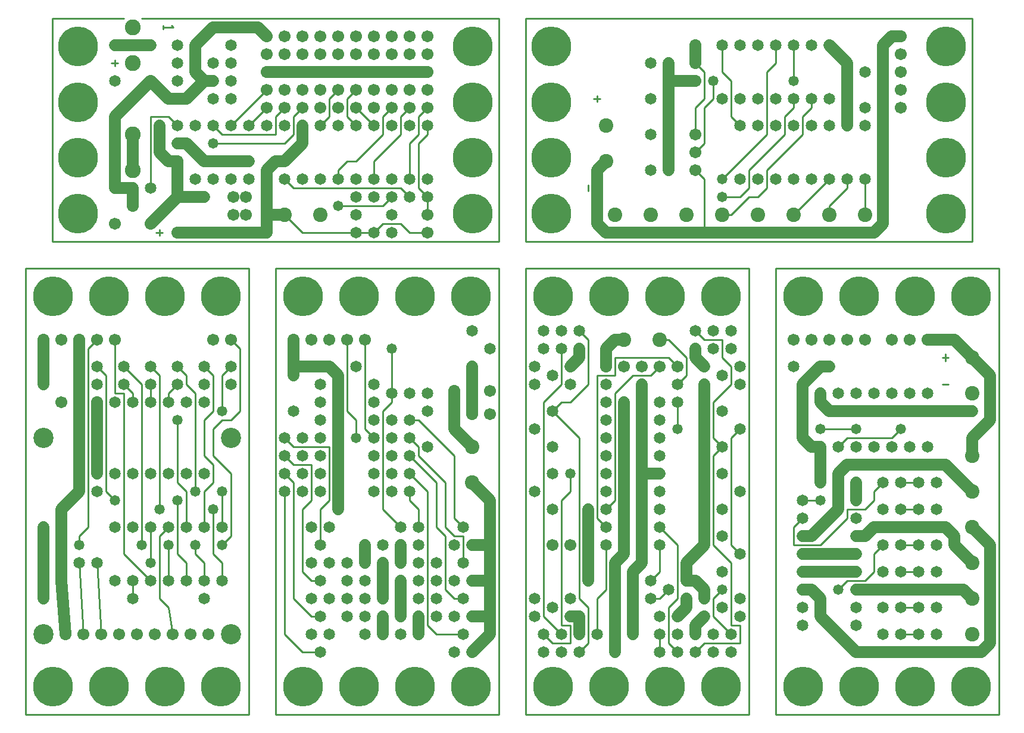
<source format=gtl>
%MOIN*%
%FSLAX25Y25*%
G04 D10 used for Character Trace; *
G04     Circle (OD=.01000) (No hole)*
G04 D11 used for Power Trace; *
G04     Circle (OD=.06700) (No hole)*
G04 D12 used for Signal Trace; *
G04     Circle (OD=.01100) (No hole)*
G04 D13 used for Via; *
G04     Circle (OD=.05800) (Round. Hole ID=.02800)*
G04 D14 used for Component hole; *
G04     Circle (OD=.06500) (Round. Hole ID=.03500)*
G04 D15 used for Component hole; *
G04     Circle (OD=.06700) (Round. Hole ID=.04300)*
G04 D16 used for Component hole; *
G04     Circle (OD=.08100) (Round. Hole ID=.05100)*
G04 D17 used for Component hole; *
G04     Circle (OD=.08900) (Round. Hole ID=.05900)*
G04 D18 used for Component hole; *
G04     Circle (OD=.11300) (Round. Hole ID=.08300)*
G04 D19 used for Component hole; *
G04     Circle (OD=.16000) (Round. Hole ID=.13000)*
G04 D20 used for Component hole; *
G04     Circle (OD=.18300) (Round. Hole ID=.15300)*
G04 D21 used for Component hole; *
G04     Circle (OD=.22291) (Round. Hole ID=.19291)*
%ADD10C,.01000*%
%ADD11C,.06700*%
%ADD12C,.01100*%
%ADD13C,.05800*%
%ADD14C,.06500*%
%ADD15C,.06700*%
%ADD16C,.08100*%
%ADD17C,.08900*%
%ADD18C,.11300*%
%ADD19C,.16000*%
%ADD20C,.18300*%
%ADD21C,.22291*%
%IPPOS*%
%LPD*%
G90*X0Y0D02*D12*X40000D02*X165000D01*Y250000D01*  
X40000D01*Y0D01*D21*X55625Y15625D03*D15*          
X82500Y45000D03*D12*X80000Y85000D01*D14*D03*      
X90000Y75000D03*D13*X70000Y95000D03*D12*          
Y100000D01*X75000Y105000D01*Y205000D01*           
X80000Y210000D01*D15*D03*X90000D03*D12*Y180000D01*
X95000D01*Y90000D01*X110000Y75000D01*D14*D03*     
X100000Y65000D03*D12*Y75000D01*D14*D03*D13*       
X110000Y85000D03*D12*Y105000D01*D14*D03*D12*      
X115000Y65000D02*Y100000D01*X120000Y60000D02*     
X115000Y65000D01*X122500Y45000D02*                
X120000Y60000D01*D15*X122500Y45000D03*X132500D03* 
X112500D03*D14*X140000Y65000D03*D15*              
X142500Y45000D03*X102500D03*D21*X149375Y15625D03* 
D14*X150000Y75000D03*D12*Y85000D01*               
X145000Y90000D01*Y115000D01*D13*D03*              
X135000Y125000D03*D12*Y180000D01*                 
X130000Y185000D01*Y190000D01*X125000Y195000D01*   
D14*D03*Y185000D03*D12*X120000Y180000D01*         
Y175000D01*D14*D03*X110000Y185000D03*D12*         
Y175000D01*D14*D03*D12*X100000D02*Y180000D01*D14* 
Y175000D03*D12*Y180000D02*X95000Y185000D01*D14*   
D03*D12*X85000Y125000D02*Y190000D01*              
X90000Y120000D02*X85000Y125000D01*D13*            
X90000Y120000D03*D14*X80000Y125000D03*            
X100000Y135000D03*X90000D03*Y105000D03*D13*       
X80000Y135000D03*D11*Y175000D01*D15*D03*D14*      
X70000Y185000D03*D11*Y175000D01*D15*D03*D11*      
Y125000D01*D14*D03*D11*X60000Y115000D01*Y75000D01*
D13*D03*D11*X62500Y45000D01*D15*D03*X72500D03*D12*
X70000Y85000D01*D14*D03*D13*X50000Y105000D03*D11* 
Y65000D01*D13*D03*D18*Y45000D03*D15*X92500D03*D21*
X86875Y15625D03*D14*X100000Y105000D03*D13*        
X105000Y95000D03*D12*Y185000D01*X95000Y195000D01* 
D14*D03*D12*X85000Y190000D02*X80000Y195000D01*D14*
D03*D11*X70000Y185000D02*Y195000D01*D14*D03*D11*  
Y210000D01*D15*D03*X60000D03*X50000D03*D11*       
Y195000D01*D14*D03*D11*Y185000D01*D14*D03*D15*    
X60000Y175000D03*D14*X80000Y185000D03*D18*        
X50000Y155000D03*D14*X90000Y175000D03*D21*        
X86875Y234375D03*X55625D03*D14*X110000Y135000D03* 
Y195000D03*D12*X115000Y190000D01*Y115000D01*D13*  
D03*X125000Y120000D03*D12*Y90000D01*              
X130000Y85000D01*Y75000D01*D14*D03*D12*X140000D02*
Y85000D01*D14*Y75000D03*D12*Y85000D02*            
X135000Y90000D01*Y95000D01*D13*D03*D14*           
X140000Y105000D03*D12*Y125000D01*                 
X145000Y130000D01*Y140000D01*X140000Y145000D01*   
Y165000D01*X145000Y170000D01*Y190000D01*          
X140000Y195000D01*D14*D03*D12*X150000Y170000D02*  
Y190000D01*D13*Y170000D03*D12*Y165000D02*         
X155000D01*X145000Y160000D02*X150000Y165000D01*   
X145000Y145000D02*Y160000D01*X155000Y135000D02*   
X145000Y145000D01*X155000Y100000D02*Y135000D01*   
X150000Y95000D02*X155000Y100000D01*D13*           
X150000Y95000D03*D14*Y105000D03*D12*Y125000D01*   
D13*D03*D14*X140000Y135000D03*X130000Y105000D03*  
D12*Y125000D01*X125000Y130000D01*Y165000D01*D13*  
D03*D14*X130000Y175000D03*X140000D03*Y185000D03*  
D12*X150000Y190000D02*X155000Y195000D01*D14*D03*  
D12*X160000Y170000D02*Y205000D01*                 
X155000Y165000D02*X160000Y170000D01*D18*          
X155000Y155000D03*D14*Y185000D03*                 
X130000Y135000D03*X120000D03*D12*                 
X160000Y205000D02*X155000Y210000D01*D15*D03*      
X145000D03*D21*X149375Y234375D03*X118125D03*D14*  
X120000Y105000D03*D12*X115000Y100000D01*D13*      
X120000Y95000D03*D12*Y75000D01*D14*D03*D18*       
X155000Y45000D03*D21*X118125Y15625D03*G90*X0Y0D02*
D12*X180000D02*X305000D01*Y250000D01*X180000D01*  
Y0D01*D21*X195625Y15625D03*D14*X205000Y35000D03*  
D12*X195000D01*X185000Y45000D01*Y125000D01*D14*   
D03*D12*X190000Y65000D02*Y130000D01*              
X200000Y55000D02*X190000Y65000D01*                
X200000Y55000D02*X205000D01*D14*D03*              
X210000Y65000D03*X200000Y45000D03*Y65000D03*      
X210000Y45000D03*X220000Y55000D03*Y65000D03*      
Y75000D03*X205000D03*D12*X200000D01*              
X195000Y80000D01*Y115000D01*X200000Y120000D01*    
Y140000D01*X190000D01*X185000Y145000D01*D14*D03*  
D12*X190000Y150000D02*X210000D01*Y120000D01*      
X205000Y115000D01*Y95000D01*D14*D03*              
X210000Y105000D03*X200000Y85000D03*Y105000D03*    
X210000Y85000D03*X220000D03*D13*X215000Y115000D03*
D11*Y175000D01*D13*D03*D11*Y190000D01*            
X210000Y195000D01*X205000D01*D14*D03*D11*         
X190000D01*Y190000D01*D14*D03*D11*Y195000D02*     
Y210000D01*D15*D03*X200000D03*X210000D03*D21*     
X195625Y234375D03*D14*X205000Y185000D03*D15*      
X220000Y210000D03*D12*Y170000D01*                 
X225000Y165000D01*Y155000D01*D13*D03*D12*         
X235000D02*X230000Y160000D01*D14*                 
X235000Y155000D03*D12*X230000Y160000D02*          
Y210000D01*D15*D03*D13*X245000Y205000D03*D12*     
Y180000D01*D14*D03*D12*Y175000D01*                
X240000Y170000D01*Y115000D01*X250000Y105000D01*   
D14*D03*X260000Y95000D03*D12*Y105000D02*          
Y115000D01*D14*Y105000D03*X250000Y95000D03*D11*   
Y85000D01*D14*D03*X260000Y75000D03*               
X240000Y95000D03*Y75000D03*D11*Y65000D01*D14*D03* 
X250000Y55000D03*D11*Y65000D01*D14*D03*D11*       
Y75000D01*D14*D03*X260000Y65000D03*Y85000D03*     
X240000D03*D11*Y75000D01*D14*X230000Y85000D03*D11*
Y95000D01*D14*D03*Y75000D03*D12*X260000Y115000D02*
X255000Y120000D01*Y125000D01*D14*D03*             
X245000Y135000D03*D12*X265000Y50000D02*Y125000D01*
X270000Y45000D02*X265000Y50000D01*                
X270000Y45000D02*X285000D01*D14*D03*D11*          
X290000Y55000D02*X295000D01*D14*X290000D03*D12*   
X295000D01*D11*X300000D01*Y45000D01*              
X290000Y35000D01*D14*D03*X280000D03*              
X270000Y55000D03*D11*X300000D02*Y75000D01*        
X290000D01*D14*D03*D12*X280000Y65000D02*          
X285000D01*D14*D03*D12*X280000D02*                
X275000Y70000D01*Y100000D01*X270000Y105000D01*    
Y130000D01*X255000Y145000D01*D14*D03*D12*         
X260000D02*Y150000D01*X275000Y130000D02*          
X260000Y145000D01*X275000Y105000D02*Y130000D01*   
X280000Y100000D02*X275000Y105000D01*              
X280000Y100000D02*X285000D01*Y85000D01*D14*D03*   
X290000Y95000D03*D11*X300000D01*Y75000D01*D14*    
X280000Y95000D03*Y55000D03*D11*X300000Y95000D02*  
Y120000D01*X290000Y130000D01*D16*D03*D12*         
X280000Y110000D02*Y145000D01*X285000Y105000D02*   
X280000Y110000D01*D14*X285000Y105000D03*D12*      
X265000Y125000D02*X255000Y135000D01*D14*D03*      
X245000Y145000D03*Y125000D03*X265000Y150000D03*   
D12*X260000D02*X255000Y155000D01*D14*D03*         
X245000Y165000D03*D12*X280000Y145000D02*          
X260000Y165000D01*D16*X290000Y150000D03*D11*      
X280000Y160000D01*Y168500D01*D15*D03*D11*         
Y181500D01*D15*D03*X290000Y168500D03*D11*         
Y181500D01*D15*D03*D11*Y195000D01*D14*D03*        
X300000Y205000D03*D15*Y181500D03*D14*             
X290000Y215000D03*X265000Y170000D03*D15*          
X300000Y168500D03*D14*X265000Y180000D03*D12*      
X255000Y165000D02*X260000D01*D14*X255000D03*      
X245000Y155000D03*X255000Y180000D03*              
X235000Y185000D03*Y145000D03*Y175000D03*          
Y165000D03*X225000Y195000D03*X235000Y135000D03*   
Y125000D03*X205000Y175000D03*Y165000D03*          
Y155000D03*Y145000D03*Y135000D03*Y125000D03*      
X195000Y155000D03*Y145000D03*Y135000D03*          
Y125000D03*X190000Y170000D03*D12*Y150000D02*      
X185000Y155000D01*D14*D03*Y135000D03*D12*         
X190000Y130000D01*D14*X230000Y65000D03*Y55000D03* 
X240000D03*D11*Y45000D01*D14*D03*X250000D03*      
X230000D03*X260000D03*D11*Y55000D01*D14*D03*      
X270000Y65000D03*X280000Y75000D03*X270000D03*     
Y85000D03*D21*X226875Y15625D03*X258125D03*        
X289375D03*Y234375D03*X258125D03*X226875D03*G90*  
X0Y0D02*D12*X320000D02*X445000D01*Y250000D01*     
X320000D01*Y0D01*D21*X335625Y15625D03*D14*        
X350000Y35000D03*D12*X355000Y40000D01*Y60000D01*  
X350000Y65000D01*Y155000D01*X335000Y170000D01*D14*
D03*D12*X340000Y175000D01*X345000D01*             
X355000Y185000D01*Y210000D01*X350000Y215000D01*   
D14*D03*X340000Y205000D03*D12*Y185000D01*         
X330000Y175000D01*Y55000D01*X340000Y45000D01*D14* 
D03*D12*X335000Y40000D02*X345000D01*X335000D02*   
X330000Y45000D01*D14*D03*X340000Y35000D03*        
X330000D03*D12*X340000Y50000D02*X345000D01*       
Y40000D01*D14*X350000Y45000D03*D11*Y55000D01*     
X345000D01*D14*D03*D12*X340000Y50000D02*          
Y120000D01*X345000Y125000D01*Y135000D01*D13*D03*  
D14*X335000D03*Y150000D03*X365000Y115000D03*D12*  
X370000Y120000D01*Y180000D01*X380000Y190000D01*   
X390000D01*X395000Y195000D01*D15*D03*D12*         
X405000D02*X400000Y200000D01*D15*                 
X405000Y195000D03*D12*Y185000D02*                 
X410000Y190000D01*D14*X405000Y185000D03*D12*      
X410000Y190000D02*Y200000D01*X400000Y210000D01*   
X395000D01*D16*D03*D12*X370000Y200000D02*         
X400000D01*X370000Y190000D02*Y200000D01*          
X360000Y190000D02*X370000D01*X360000Y110000D02*   
Y190000D01*X365000Y105000D02*X360000Y110000D01*   
D14*X365000Y105000D03*D13*X355000Y115000D03*D11*  
Y95000D01*D15*D03*D11*Y75000D01*D13*D03*D14*      
X345000Y65000D03*D12*X360000D02*X365000Y70000D01* 
X360000Y45000D02*Y65000D01*D14*Y45000D03*         
X370000Y35000D03*D11*Y55000D01*D13*D03*D11*       
Y85000D01*D13*D03*D11*X375000Y90000D01*Y135000D01*
D13*D03*D11*Y175000D01*D13*D03*D14*               
X385000Y185000D03*D11*Y135000D01*Y85000D01*       
X380000Y80000D01*Y75000D01*D13*D03*D11*Y45000D01* 
D14*D03*X395000Y35000D03*D12*Y45000D01*D14*D03*   
D12*X405000Y35000D02*X400000Y40000D01*D14*        
X405000Y35000D03*D12*X400000Y40000D02*Y60000D01*  
X405000Y65000D01*Y95000D01*X395000Y105000D01*D14* 
D03*Y115000D03*Y95000D03*D12*Y80000D01*           
X390000Y75000D01*D14*D03*X400000Y70000D03*D12*    
X395000Y65000D01*X390000D01*D14*D03*              
X395000Y55000D03*X405000D03*D11*X410000Y60000D01* 
Y65000D01*D14*D03*X420000Y55000D03*D11*           
X415000Y50000D01*Y45000D01*D14*D03*D12*Y35000D02* 
X420000Y40000D01*D14*X415000Y35000D03*D12*        
X420000Y40000D02*X440000D01*Y50000D01*X435000D01* 
Y85000D01*X425000Y95000D01*Y145000D01*            
X430000Y150000D01*D14*D03*D12*X425000Y155000D01*  
Y175000D01*X435000Y185000D01*Y195000D01*          
X430000Y200000D01*Y210000D01*X420000D01*          
X415000Y215000D01*D14*D03*X425000Y205000D03*      
Y215000D03*X415000Y205000D03*D11*Y200000D01*      
X420000Y195000D01*D14*D03*X430000Y190000D03*      
X420000Y185000D03*D11*Y125000D01*D13*D03*D11*     
Y95000D01*X410000Y85000D01*D13*D03*D11*Y75000D01* 
D14*D03*D11*X415000D01*X420000Y70000D01*Y65000D01*
D14*D03*D12*X425000Y55000D02*Y65000D01*           
X435000Y45000D02*X425000Y55000D01*D14*            
X435000Y45000D03*X425000Y35000D03*                
X440000Y55000D03*X425000Y45000D03*                
X435000Y35000D03*X430000Y60000D03*                
X440000Y65000D03*D12*X425000D02*X430000Y70000D01* 
D13*D03*D14*Y80000D03*X440000Y90000D03*D12*       
X435000Y95000D01*Y155000D01*X440000Y160000D01*D14*
D03*X430000Y170000D03*Y135000D03*                 
X440000Y185000D03*X405000Y175000D03*D12*          
Y160000D01*D13*D03*D14*X395000Y165000D03*         
Y155000D03*Y145000D03*Y175000D03*D11*             
X385000Y135000D02*X395000D01*D14*D03*Y125000D03*  
X365000Y165000D03*Y155000D03*Y145000D03*          
Y135000D03*Y125000D03*X430000Y100000D03*          
Y115000D03*X365000Y95000D03*D12*Y70000D01*D15*    
X345000Y95000D03*X335000D03*D14*Y60000D03*        
X405000Y45000D03*X325000Y65000D03*Y55000D03*      
X335000Y115000D03*D21*X366875Y15625D03*X398125D03*
D14*X325000Y125000D03*D21*X429375Y15625D03*D14*   
X440000Y125000D03*X325000Y160000D03*              
X365000Y175000D03*Y185000D03*X345000D03*          
X325000D03*X335000Y190000D03*X440000Y195000D03*   
D15*X385000D03*X375000D03*X365000D03*D11*         
Y205000D01*X370000Y210000D01*X375000D01*D16*D03*  
D21*X398125Y234375D03*D14*X350000Y205000D03*D11*  
Y200000D01*X345000Y195000D01*D14*D03*             
X330000Y205000D03*X325000Y195000D03*              
X340000Y215000D03*X330000D03*D21*                 
X366875Y234375D03*X335625D03*X429375D03*D14*      
X435000Y205000D03*Y215000D03*G90*X0Y0D02*D12*     
X460000D02*X585000D01*Y250000D01*X460000D01*Y0D01*
D21*X475625Y15625D03*X506875D03*D11*              
X505000Y35000D02*X575000D01*X580000Y40000D01*     
Y95000D01*X570000Y105000D01*D16*D03*D11*Y85000D02*
X560000Y95000D01*D16*X570000Y85000D03*D11*        
X560000Y95000D02*Y100000D01*X555000Y105000D01*    
X515000D01*X510000Y100000D01*X505000D01*D14*D03*  
D12*X515000Y80000D02*Y90000D01*X510000Y75000D02*  
X515000Y80000D01*X500000Y75000D02*X510000D01*     
X495000Y70000D02*X500000Y75000D01*D13*            
X495000Y70000D03*D14*X505000Y60000D03*Y80000D03*  
D11*X475000D01*D14*D03*Y90000D03*D11*X505000D01*  
D14*D03*D12*X515000D02*X520000Y95000D01*D14*D03*  
X530000D03*D12*X540000D01*D14*D03*X550000D03*     
X530000Y80000D03*D12*X540000D01*D14*D03*          
X550000D03*X520000Y60000D03*X530000D03*D12*       
X540000D01*D14*D03*X550000D03*X530000Y45000D03*   
D12*X540000D01*D14*D03*X550000D03*X520000D03*D11* 
X570000Y65000D02*X565000Y70000D01*D16*            
X570000Y65000D03*D11*X505000Y70000D02*X565000D01* 
D14*X505000D03*X520000Y80000D03*X505000Y50000D03* 
D11*X485000Y55000D02*Y65000D01*X505000Y35000D02*  
X485000Y55000D01*D14*X475000Y60000D03*Y50000D03*  
D11*X485000Y65000D02*X480000Y70000D01*X475000D01* 
D14*D03*D12*X470000Y95000D02*X485000D01*          
X470000D02*Y105000D01*X475000Y110000D01*D14*D03*  
D13*X485000Y120000D03*D12*X475000D01*D14*D03*D13* 
X485000Y130000D03*D11*Y145000D01*Y150000D01*D14*  
D03*D11*X480000D01*D12*X485000Y145000D01*D11*     
X480000Y150000D02*X475000Y155000D01*Y185000D01*   
X485000Y195000D01*X490000D01*D14*D03*             
X505000Y180000D03*D15*X500000Y210000D03*D14*      
X485000Y180000D03*D11*Y175000D01*                 
X490000Y170000D01*X570000D01*D13*D03*D11*         
Y155000D02*X580000Y165000D01*X570000Y145000D02*   
Y155000D01*D16*Y145000D03*D11*Y125000D02*         
X555000Y140000D01*D16*X570000Y125000D03*D11*      
X500000Y140000D02*X555000D01*X495000Y135000D02*   
X500000Y140000D01*X495000Y115000D02*Y135000D01*   
X480000Y100000D02*X495000Y115000D01*              
X475000Y100000D02*X480000D01*D14*X475000D03*D12*  
X485000Y95000D02*X500000Y110000D01*Y115000D01*    
X510000D01*X515000Y120000D01*Y125000D01*          
X520000Y130000D01*D14*D03*X530000D03*D12*         
X540000D01*D14*D03*X550000D03*X530000Y115000D03*  
D12*X540000D01*D14*D03*X550000D03*X520000D03*     
X505000Y150000D03*D13*Y130000D03*D11*Y120000D01*  
D14*D03*Y110000D03*X535000Y150000D03*X525000D03*  
X515000D03*X495000D03*D12*X500000Y155000D01*      
X525000D01*X530000Y160000D01*D13*D03*D14*         
X545000Y150000D03*Y180000D03*X535000D03*          
X525000D03*X515000D03*D10*X553326Y185000D02*      
X556674D01*D13*X505000Y160000D03*D12*X485000D01*  
D13*D03*D14*X495000Y180000D03*X470000Y195000D03*  
D15*X535000Y210000D03*X525000D03*X510000D03*      
X490000D03*X480000D03*X470000D03*X545000D03*D11*  
X560000D01*X570000Y200000D01*D16*D03*D11*         
X580000Y190000D01*Y165000D01*D16*                 
X570000Y180000D03*D10*X553326Y200000D02*          
X556674D01*X555000Y201914D02*Y198086D01*D21*      
X569375Y234375D03*X538125D03*X506875D03*          
X475625D03*D16*X570000Y45000D03*D21*              
X538125Y15625D03*X569375D03*G90*X0Y0D02*D12*      
X55000Y390000D02*Y265000D01*Y390000D02*X95000D01* 
D17*X100000Y385000D03*D12*X105000Y390000D02*      
X305000D01*Y265000D01*X55000D01*D21*              
X69375Y280625D03*D15*X90000Y275000D03*D11*        
Y335000D02*Y295000D01*Y335000D02*                 
X110000Y355000D01*D14*D03*D11*X120000Y345000D01*  
X125000D01*D14*D03*D11*X130000D01*                
X140000Y355000D01*X135000Y360000D01*Y375000D01*   
X145000Y385000D01*X170000D01*X175000Y380000D01*   
D15*D03*X185000Y370000D03*Y380000D03*             
X175000Y370000D03*X195000Y360000D03*D11*          
X185000D01*D15*D03*D11*X175000D01*D15*D03*        
X185000Y350000D03*X175000D03*D12*                 
X155000Y330000D01*D14*D03*D12*X145000D02*         
X150000Y325000D01*D14*X145000Y330000D03*D12*      
X150000Y325000D02*X180000D01*Y335000D01*          
X185000Y340000D01*D15*D03*D12*X190000Y335000D02*  
Y325000D01*X185000Y320000D01*X145000D01*D13*D03*  
D14*X135000Y330000D03*D11*X130000Y320000D02*      
X140000Y310000D01*X125000Y320000D02*X130000D01*   
D14*X125000D03*D13*X115000Y330000D03*D11*         
Y315000D01*X120000Y310000D01*X125000D01*D15*D03*  
D11*Y290000D01*X110000Y275000D01*D15*D03*D10*     
X115000Y271674D02*Y268326D01*X116914Y270000D02*   
X113086D01*D15*X100000Y285000D03*D11*Y295000D01*  
D14*D03*D11*X90000D01*D17*X100000Y305000D03*D11*  
Y325000D01*D17*D03*D12*X110000Y335000D02*         
Y295000D01*D14*D03*D11*X125000Y290000D02*         
X140000D01*D14*D03*X145000Y300000D03*X135000D03*  
D15*X156500Y280000D03*X156450Y290000D03*D14*      
X155000Y300000D03*D15*X125000Y270000D03*D11*      
X140000D01*D14*D03*D11*X175000D01*Y280000D01*     
Y300000D01*D14*D03*D11*Y305000D01*                
X180000Y310000D01*X185000D01*X195000Y320000D01*   
Y330000D01*D14*D03*D12*X190000Y335000D02*         
X195000Y340000D01*D15*D03*D14*X205000Y330000D03*  
D12*X210000Y335000D01*Y345000D01*                 
X215000Y350000D01*D15*D03*D12*X220000Y345000D02*  
Y335000D01*X225000Y330000D01*D14*D03*D15*         
X235000Y340000D03*X215000D03*D14*                 
X235000Y330000D03*D12*X225000Y340000D01*D15*D03*  
D12*X220000Y345000D02*X225000Y350000D01*D15*D03*  
X235000Y360000D03*D11*X225000D01*D15*D03*D11*     
X215000D01*D15*D03*D11*X205000D01*D15*D03*D11*    
X195000D01*D15*X205000Y350000D03*Y370000D03*      
X195000D03*Y350000D03*X215000Y380000D03*          
X175000Y340000D03*D12*X165000Y330000D01*D14*D03*  
X175000D03*X155000Y345000D03*X145000D03*          
X185000Y330000D03*D13*X165000Y310000D03*D11*      
X140000D01*D14*X125000Y330000D03*D12*             
X120000Y335000D01*X110000D01*D14*X90000Y355000D03*
X125000D03*Y365000D03*D17*X100000D03*D11*         
X140000Y355000D02*X145000D01*D14*D03*             
X155000Y365000D03*Y355000D03*X145000Y365000D03*   
X125000Y375000D03*X155000D03*D10*                 
X121914Y385837D02*X122871Y385000D01*X117129D01*   
Y385837D02*Y384163D01*D13*X110000Y375000D03*D11*  
X90000D01*D13*D03*D10*Y366674D02*Y363326D01*      
X91914Y365000D02*X88086D01*D21*X69375Y374375D03*  
Y343125D03*Y311875D03*D14*X165000Y300000D03*D15*  
X163500Y290000D03*D16*X185000Y280000D03*D11*      
X175000D01*D12*X185000D02*X195000Y270000D01*      
X225000D01*D14*D03*D12*X235000D01*D14*D03*D12*    
X240000Y275000D01*X250000D01*X255000Y270000D01*   
X265000D01*D15*D03*Y280000D03*D12*Y290000D01*D14* 
D03*D12*X260000Y295000D01*Y320000D01*             
X265000Y325000D01*Y330000D01*D14*D03*D12*         
X260000Y335000D02*Y325000D01*X255000Y320000D01*   
Y300000D01*D14*D03*D12*X190000Y295000D02*         
X250000D01*X185000Y300000D02*X190000Y295000D01*   
D14*X185000Y300000D03*X195000D03*D16*             
X205000Y280000D03*D15*X163500D03*D14*             
X205000Y300000D03*X215000Y330000D03*D13*          
Y285000D03*D12*X240000D01*X245000Y290000D01*D14*  
D03*D12*X250000Y295000D02*X255000Y290000D01*D14*  
D03*X265000Y300000D03*X245000D03*Y280000D03*D12*  
X235000Y310000D02*Y300000D01*D14*D03*D12*         
X220000Y310000D02*X225000D01*X215000Y305000D02*   
X220000Y310000D01*X215000Y305000D02*Y300000D01*   
D14*D03*X225000Y290000D03*D12*Y310000D02*         
X240000Y325000D01*Y335000D01*X245000Y340000D01*   
D15*D03*D12*X250000Y335000D02*Y325000D01*         
X235000Y310000D01*D14*X225000Y300000D03*          
X255000Y330000D03*X245000D03*X235000Y290000D03*   
D12*X260000Y335000D02*X265000Y340000D01*D15*D03*  
X255000Y350000D03*X265000D03*X255000Y340000D03*   
D12*X250000Y335000D01*D15*X235000Y350000D03*      
X245000D03*X265000Y360000D03*D11*X255000D01*D15*  
D03*D11*X245000D01*D15*D03*D11*X235000D01*D15*    
X245000Y370000D03*X225000D03*X235000D03*          
X255000Y380000D03*X245000D03*X215000Y370000D03*   
X235000Y380000D03*X255000Y370000D03*              
X225000Y380000D03*X205000D03*X265000Y370000D03*   
Y380000D03*X205000Y340000D03*X195000Y380000D03*   
D21*X290625Y311875D03*Y343125D03*Y374375D03*D14*  
X225000Y280000D03*D21*X290625Y280625D03*D10*      
X146914Y270837D02*X147871Y270000D01*X142129D01*   
Y270837D02*Y269163D01*D14*X245000Y270000D03*G90*  
X0Y0D02*D12*X320000Y390000D02*Y265000D01*         
Y390000D02*X570000D01*Y265000D01*X320000D01*D21*  
X334375Y280625D03*D10*X355000Y296674D02*          
Y293326D01*D11*X360000Y305000D02*Y275000D01*      
X365000Y270000D01*X420000D01*D12*Y300000D01*      
X415000Y305000D01*D15*D03*Y315000D03*D12*         
X420000Y320000D01*Y340000D01*X425000Y345000D01*   
Y355000D01*D13*D03*D12*X430000Y375000D02*         
Y360000D01*D14*Y375000D03*X440000D03*D12*         
X415000Y365000D02*X420000Y360000D01*D15*          
X415000Y365000D03*D11*Y375000D01*D15*D03*D12*     
X430000Y360000D02*X435000Y355000D01*Y335000D01*   
X440000Y330000D01*D14*D03*X450000D03*Y345000D03*  
D12*X430000Y300000D02*X455000Y325000D01*D13*      
X430000Y300000D03*D12*Y290000D02*X440000D01*D13*  
X430000D03*D14*X440000Y300000D03*D12*Y290000D02*  
X445000Y295000D01*Y305000D01*X465000Y325000D01*   
Y335000D01*X470000Y340000D01*Y345000D01*D14*D03*  
D12*X475000Y335000D02*X480000Y340000D01*          
X475000Y335000D02*Y325000D01*X455000Y305000D01*   
Y295000D01*X450000Y290000D01*X445000D01*          
X435000Y280000D01*X430000D01*D16*D03*D11*         
X420000Y270000D02*X515000D01*X520000Y275000D01*   
Y340000D01*D13*D03*D11*Y375000D01*                
X525000Y380000D01*X530000D01*D15*D03*Y370000D03*  
D14*X510000Y360000D03*D15*X530000D03*D21*         
X555625Y374375D03*D15*X530000Y350000D03*D11*      
X490000Y375000D02*X500000Y365000D01*D14*          
X490000Y375000D03*D11*X500000Y365000D02*          
Y330000D01*D14*D03*X510000Y340000D03*Y330000D03*  
X490000D03*Y345000D03*X480000D03*D12*Y340000D01*  
D14*X470000Y330000D03*X480000D03*D13*             
X470000Y355000D03*D12*Y375000D01*D14*D03*D12*     
X455000Y360000D02*X460000Y365000D01*              
X455000Y360000D02*Y325000D01*D14*                 
X460000Y330000D03*Y345000D03*X440000D03*          
X480000Y300000D03*X430000Y345000D03*              
X450000Y300000D03*X460000D03*X470000D03*D12*      
X420000Y360000D02*Y345000D01*X415000Y340000D01*   
Y325000D01*D15*D03*D14*X400000D03*D11*Y345000D01* 
D14*D03*D11*Y355000D01*Y365000D01*D14*D03*        
X390000D03*D11*X400000Y355000D02*X415000D01*D15*  
D03*D14*X390000Y345000D03*Y325000D03*D11*         
X400000D02*Y305000D01*D14*D03*X390000D03*D16*     
Y280000D03*X410000D03*X370000D03*                 
X365000Y330000D03*Y310000D03*D11*                 
X360000Y305000D01*D21*X334375Y311875D03*D10*      
X360000Y346674D02*Y343326D01*X361914Y345000D02*   
X358086D01*D21*X334375Y343125D03*Y374375D03*D16*  
X450000Y280000D03*D14*Y375000D03*D12*X460000D02*  
Y365000D01*D14*Y375000D03*X480000D03*D15*         
X530000Y340000D03*D14*X490000Y300000D03*D12*      
X470000Y280000D01*D16*D03*X490000D03*D12*         
Y285000D01*X500000Y295000D01*Y300000D01*D14*D03*  
X510000D03*D12*Y280000D01*D16*D03*D21*            
X555625Y280625D03*Y311875D03*Y343125D03*M02*      

</source>
